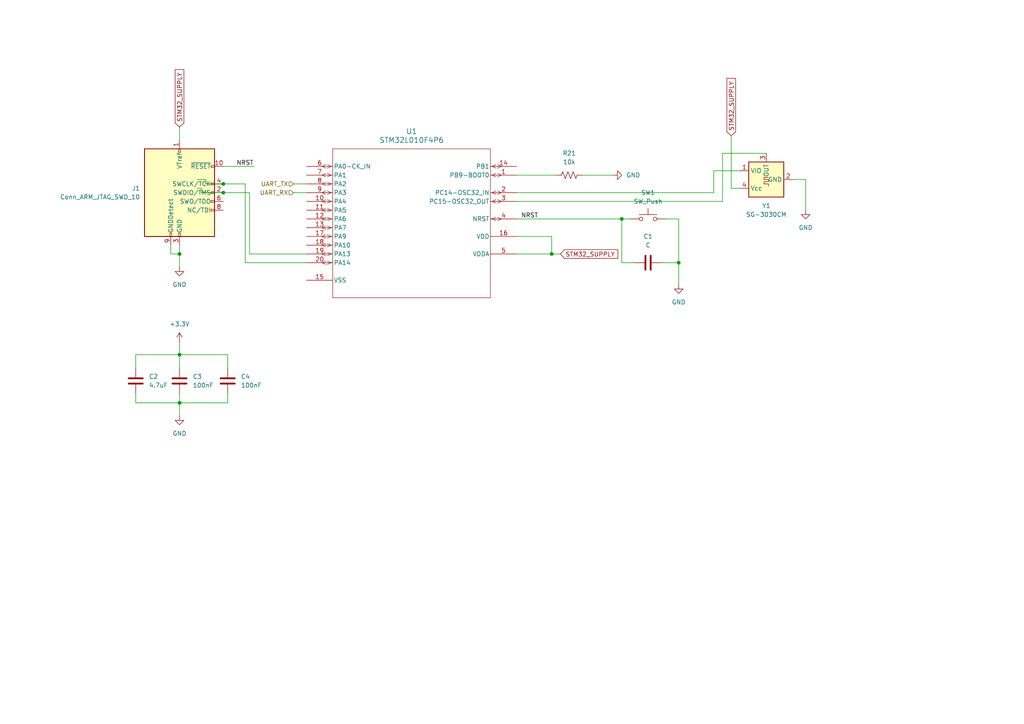
<source format=kicad_sch>
(kicad_sch (version 20250114) (generator "eeschema") (generator_version "9.0")
  (paper "A4")
  (lib_symbols
    (symbol "Connector:Conn_ARM_JTAG_SWD_10" (pin_names (offset 1.016))
      (property "Reference" "J" (at -2.54 16.51 0))
      (property "Value" "Conn_ARM_JTAG_SWD_10" (at -2.54 13.97 0))
      (symbol "Conn_ARM_JTAG_SWD_10_0_1"
        (rectangle (start -10.16 12.7) (end 10.16 -12.7) (stroke (width 0.254)) (fill (type background)))
        (rectangle (start -2.794 -12.7) (end -2.286 -11.684))
        (rectangle (start -0.254 12.7) (end 0.254 11.684))
        (rectangle (start -0.254 -12.7) (end 0.254 -11.684))
        (rectangle (start 9.144 2.286) (end 10.16 2.794))
        (rectangle (start 10.16 7.874) (end 9.144 7.366))
        (rectangle (start 10.16 -0.254) (end 9.144 0.254))
        (rectangle (start 10.16 -2.794) (end 9.144 -2.286))
      )
      (symbol "Conn_ARM_JTAG_SWD_10_1_1"
        (rectangle (start 9.144 -5.334) (end 10.16 -4.826))
        (pin no_connect line (at -10.16 0 0) (length 2.54) (hide yes) (name "KEY") (number "7"))
        (pin passive line (at -2.54 -15.24 90) (length 2.54) (name "GNDDetect") (number "9"))
        (pin power_in line (at 0 15.24 270) (length 2.54) (name "VTref") (number "1"))
        (pin power_in line (at 0 -15.24 90) (length 2.54) (name "GND") (number "3"))
        (pin passive line (at 0 -15.24 90) (length 2.54) (hide yes) (name "GND") (number "5"))
        (pin open_collector line (at 12.7 7.62 180) (length 2.54) (name "~{RESET}") (number "10"))
        (pin output line (at 12.7 2.54 180) (length 2.54) (name "SWCLK/TCK") (number "4"))
        (pin bidirectional line (at 12.7 0 180) (length 2.54) (name "SWDIO/TMS") (number "2"))
        (pin input line (at 12.7 -2.54 180) (length 2.54) (name "SWO/TDO") (number "6"))
        (pin output line (at 12.7 -5.08 180) (length 2.54) (name "NC/TDI") (number "8"))
      )
    )
    (symbol "Device:C" (pin_numbers (hide yes)) (pin_names (offset 0.254))
      (property "Reference" "C" (at 0.635 2.54 0))
      (property "Value" "C" (at 0.635 -2.54 0))
      (symbol "C_0_1"
        (polyline (pts (xy -2.032 0.762) (xy 2.032 0.762)) (stroke (width 0.508)))
        (polyline (pts (xy -2.032 -0.762) (xy 2.032 -0.762)) (stroke (width 0.508)))
      )
      (symbol "C_1_1"
        (pin passive line (at 0 3.81 270) (length 2.794) (name "~") (number "1"))
        (pin passive line (at 0 -3.81 90) (length 2.794) (name "~") (number "2"))
      )
    )
    (symbol "Device:R_US" (pin_numbers (hide yes)) (pin_names (offset 0))
      (property "Reference" "R" (at 2.54 0 90))
      (property "Value" "R_US" (at -2.54 0 90))
      (symbol "R_US_0_1"
        (polyline (pts (xy 0 2.286) (xy 0 2.54)))
        (polyline (pts (xy 0 2.286) (xy 1.016 1.905) (xy 0 1.524) (xy -1.016 1.143) (xy 0 0.762)))
        (polyline (pts (xy 0 0.762) (xy 1.016 0.381) (xy 0 0) (xy -1.016 -0.381) (xy 0 -0.762)))
        (polyline (pts (xy 0 -0.762) (xy 1.016 -1.143) (xy 0 -1.524) (xy -1.016 -1.905) (xy 0 -2.286)))
        (polyline (pts (xy 0 -2.286) (xy 0 -2.54)))
      )
      (symbol "R_US_1_1"
        (pin passive line (at 0 3.81 270) (length 1.27) (name "~") (number "1"))
        (pin passive line (at 0 -3.81 90) (length 1.27) (name "~") (number "2"))
      )
    )
    (symbol "Oscillator:SG-3030CM"
      (property "Reference" "Y" (at -5.08 -6.35 0))
      (property "Value" "SG-3030CM" (at 1.27 -6.35 0))
      (symbol "SG-3030CM_0_1"
        (rectangle (start -5.08 5.08) (end 5.08 -5.08) (stroke (width 0.254)) (fill (type background)))
        (polyline (pts (xy -1.905 -0.635) (xy -1.27 -0.635) (xy -1.27 0.635) (xy -0.635 0.635) (xy -0.635 -0.635) (xy 0 -0.635) (xy 0 0.635) (xy 0.635 0.635) (xy 0.635 -0.635)))
      )
      (symbol "SG-3030CM_1_1"
        (pin power_in line (at -2.54 7.62 270) (length 2.54) (name "Vcc") (number "4"))
        (pin power_in line (at 0 -7.62 90) (length 2.54) (name "GND") (number "2"))
        (pin power_in line (at 2.54 7.62 270) (length 2.54) (name "VIO") (number "1"))
        (pin output line (at 7.62 0 180) (length 2.54) (name "OUT") (number "3"))
      )
    )
    (symbol "STM32F01:STM32L010F4P6" (pin_names (offset 0.254))
      (property "Reference" "U" (at 30.48 10.16 0))
      (property "Value" "STM32L010F4P6" (at 30.48 7.62 0))
      (symbol "STM32L010F4P6_0_1"
        (polyline (pts (xy 5.5372 0.5207) (xy 4.4958 0)) (stroke (width 0.127)))
        (polyline (pts (xy 5.5372 -0.5207) (xy 4.4958 0)) (stroke (width 0.127)))
        (polyline (pts (xy 5.5372 -2.0193) (xy 4.4958 -2.54)) (stroke (width 0.127)))
        (polyline (pts (xy 5.5372 -3.0607) (xy 4.4958 -2.54)) (stroke (width 0.127)))
        (polyline (pts (xy 5.5372 -4.5593) (xy 4.4958 -5.08)) (stroke (width 0.127)))
        (polyline (pts (xy 5.5372 -5.6007) (xy 4.4958 -5.08)) (stroke (width 0.127)))
        (polyline (pts (xy 5.5372 -7.0993) (xy 4.4958 -7.62)) (stroke (width 0.127)))
        (polyline (pts (xy 5.5372 -8.1407) (xy 4.4958 -7.62)) (stroke (width 0.127)))
        (polyline (pts (xy 5.5372 -9.6393) (xy 4.4958 -10.16)) (stroke (width 0.127)))
        (polyline (pts (xy 5.5372 -10.6807) (xy 4.4958 -10.16)) (stroke (width 0.127)))
        (polyline (pts (xy 5.5372 -12.1793) (xy 4.4958 -12.7)) (stroke (width 0.127)))
        (polyline (pts (xy 5.5372 -13.2207) (xy 4.4958 -12.7)) (stroke (width 0.127)))
        (polyline (pts (xy 5.5372 -14.7193) (xy 4.4958 -15.24)) (stroke (width 0.127)))
        (polyline (pts (xy 5.5372 -15.7607) (xy 4.4958 -15.24)) (stroke (width 0.127)))
        (polyline (pts (xy 5.5372 -17.2593) (xy 4.4958 -17.78)) (stroke (width 0.127)))
        (polyline (pts (xy 5.5372 -18.3007) (xy 4.4958 -17.78)) (stroke (width 0.127)))
        (polyline (pts (xy 5.5372 -19.7993) (xy 4.4958 -20.32)) (stroke (width 0.127)))
        (polyline (pts (xy 5.5372 -20.8407) (xy 4.4958 -20.32)) (stroke (width 0.127)))
        (polyline (pts (xy 5.5372 -22.3393) (xy 4.4958 -22.86)) (stroke (width 0.127)))
        (polyline (pts (xy 5.5372 -23.3807) (xy 4.4958 -22.86)) (stroke (width 0.127)))
        (polyline (pts (xy 5.5372 -24.8793) (xy 4.4958 -25.4)) (stroke (width 0.127)))
        (polyline (pts (xy 5.5372 -25.9207) (xy 4.4958 -25.4)) (stroke (width 0.127)))
        (polyline (pts (xy 5.5372 -27.4193) (xy 4.4958 -27.94)) (stroke (width 0.127)))
        (polyline (pts (xy 5.5372 -28.4607) (xy 4.4958 -27.94)) (stroke (width 0.127)))
        (polyline (pts (xy 7.0993 0) (xy 6.0579 0.5207)) (stroke (width 0.127)))
        (polyline (pts (xy 7.0993 0) (xy 6.0579 -0.5207)) (stroke (width 0.127)))
        (polyline (pts (xy 7.0993 -2.54) (xy 6.0579 -2.0193)) (stroke (width 0.127)))
        (polyline (pts (xy 7.0993 -2.54) (xy 6.0579 -3.0607)) (stroke (width 0.127)))
        (polyline (pts (xy 7.0993 -5.08) (xy 6.0579 -4.5593)) (stroke (width 0.127)))
        (polyline (pts (xy 7.0993 -5.08) (xy 6.0579 -5.6007)) (stroke (width 0.127)))
        (polyline (pts (xy 7.0993 -7.62) (xy 6.0579 -7.0993)) (stroke (width 0.127)))
        (polyline (pts (xy 7.0993 -7.62) (xy 6.0579 -8.1407)) (stroke (width 0.127)))
        (polyline (pts (xy 7.0993 -10.16) (xy 6.0579 -9.6393)) (stroke (width 0.127)))
        (polyline (pts (xy 7.0993 -10.16) (xy 6.0579 -10.6807)) (stroke (width 0.127)))
        (polyline (pts (xy 7.0993 -12.7) (xy 6.0579 -12.1793)) (stroke (width 0.127)))
        (polyline (pts (xy 7.0993 -12.7) (xy 6.0579 -13.2207)) (stroke (width 0.127)))
        (polyline (pts (xy 7.0993 -15.24) (xy 6.0579 -14.7193)) (stroke (width 0.127)))
        (polyline (pts (xy 7.0993 -15.24) (xy 6.0579 -15.7607)) (stroke (width 0.127)))
        (polyline (pts (xy 7.0993 -17.78) (xy 6.0579 -17.2593)) (stroke (width 0.127)))
        (polyline (pts (xy 7.0993 -17.78) (xy 6.0579 -18.3007)) (stroke (width 0.127)))
        (polyline (pts (xy 7.0993 -20.32) (xy 6.0579 -19.7993)) (stroke (width 0.127)))
        (polyline (pts (xy 7.0993 -20.32) (xy 6.0579 -20.8407)) (stroke (width 0.127)))
        (polyline (pts (xy 7.0993 -22.86) (xy 6.0579 -22.3393)) (stroke (width 0.127)))
        (polyline (pts (xy 7.0993 -22.86) (xy 6.0579 -23.3807)) (stroke (width 0.127)))
        (polyline (pts (xy 7.0993 -25.4) (xy 6.0579 -24.8793)) (stroke (width 0.127)))
        (polyline (pts (xy 7.0993 -25.4) (xy 6.0579 -25.9207)) (stroke (width 0.127)))
        (polyline (pts (xy 7.0993 -27.94) (xy 6.0579 -27.4193)) (stroke (width 0.127)))
        (polyline (pts (xy 7.0993 -27.94) (xy 6.0579 -28.4607)) (stroke (width 0.127)))
        (polyline (pts (xy 7.62 5.08) (xy 7.62 -38.1)) (stroke (width 0.127)))
        (polyline (pts (xy 7.62 -38.1) (xy 53.34 -38.1)) (stroke (width 0.127)))
        (polyline (pts (xy 53.34 5.08) (xy 7.62 5.08)) (stroke (width 0.127)))
        (polyline (pts (xy 53.34 -38.1) (xy 53.34 5.08)) (stroke (width 0.127)))
        (polyline (pts (xy 53.8607 0) (xy 54.9021 0.5207)) (stroke (width 0.127)))
        (polyline (pts (xy 53.8607 0) (xy 54.9021 -0.5207)) (stroke (width 0.127)))
        (polyline (pts (xy 53.8607 -2.54) (xy 54.9021 -2.0193)) (stroke (width 0.127)))
        (polyline (pts (xy 53.8607 -2.54) (xy 54.9021 -3.0607)) (stroke (width 0.127)))
        (polyline (pts (xy 53.8607 -7.62) (xy 54.9021 -7.0993)) (stroke (width 0.127)))
        (polyline (pts (xy 53.8607 -7.62) (xy 54.9021 -8.1407)) (stroke (width 0.127)))
        (polyline (pts (xy 53.8607 -10.16) (xy 54.9021 -9.6393)) (stroke (width 0.127)))
        (polyline (pts (xy 53.8607 -10.16) (xy 54.9021 -10.6807)) (stroke (width 0.127)))
        (polyline (pts (xy 53.8607 -15.24) (xy 54.9021 -14.7193)) (stroke (width 0.127)))
        (polyline (pts (xy 53.8607 -15.24) (xy 54.9021 -15.7607)) (stroke (width 0.127)))
        (polyline (pts (xy 55.4228 0.5207) (xy 56.4642 0)) (stroke (width 0.127)))
        (polyline (pts (xy 55.4228 -0.5207) (xy 56.4642 0)) (stroke (width 0.127)))
        (polyline (pts (xy 55.4228 -2.0193) (xy 56.4642 -2.54)) (stroke (width 0.127)))
        (polyline (pts (xy 55.4228 -3.0607) (xy 56.4642 -2.54)) (stroke (width 0.127)))
        (polyline (pts (xy 55.4228 -7.0993) (xy 56.4642 -7.62)) (stroke (width 0.127)))
        (polyline (pts (xy 55.4228 -8.1407) (xy 56.4642 -7.62)) (stroke (width 0.127)))
        (polyline (pts (xy 55.4228 -9.6393) (xy 56.4642 -10.16)) (stroke (width 0.127)))
        (polyline (pts (xy 55.4228 -10.6807) (xy 56.4642 -10.16)) (stroke (width 0.127)))
        (polyline (pts (xy 55.4228 -14.7193) (xy 56.4642 -15.24)) (stroke (width 0.127)))
        (polyline (pts (xy 55.4228 -15.7607) (xy 56.4642 -15.24)) (stroke (width 0.127)))
        (pin bidirectional line (at 0 0 0) (length 7.62) (name "PA0-CK_IN") (number "6"))
        (pin bidirectional line (at 0 -2.54 0) (length 7.62) (name "PA1") (number "7"))
        (pin bidirectional line (at 0 -5.08 0) (length 7.62) (name "PA2") (number "8"))
        (pin bidirectional line (at 0 -7.62 0) (length 7.62) (name "PA3") (number "9"))
        (pin bidirectional line (at 0 -10.16 0) (length 7.62) (name "PA4") (number "10"))
        (pin bidirectional line (at 0 -12.7 0) (length 7.62) (name "PA5") (number "11"))
        (pin bidirectional line (at 0 -15.24 0) (length 7.62) (name "PA6") (number "12"))
        (pin bidirectional line (at 0 -17.78 0) (length 7.62) (name "PA7") (number "13"))
        (pin bidirectional line (at 0 -20.32 0) (length 7.62) (name "PA9") (number "17"))
        (pin bidirectional line (at 0 -22.86 0) (length 7.62) (name "PA10") (number "18"))
        (pin bidirectional line (at 0 -25.4 0) (length 7.62) (name "PA13") (number "19"))
        (pin bidirectional line (at 0 -27.94 0) (length 7.62) (name "PA14") (number "20"))
        (pin power_in line (at 0 -33.02 0) (length 7.62) (name "VSS") (number "15"))
        (pin bidirectional line (at 60.96 0 180) (length 7.62) (name "PB1") (number "14"))
        (pin input line (at 60.96 -2.54 180) (length 7.62) (name "PB9-BOOT0") (number "1"))
        (pin bidirectional line (at 60.96 -7.62 180) (length 7.62) (name "PC14-OSC32_IN") (number "2"))
        (pin bidirectional line (at 60.96 -10.16 180) (length 7.62) (name "PC15-OSC32_OUT") (number "3"))
        (pin bidirectional line (at 60.96 -15.24 180) (length 7.62) (name "NRST") (number "4"))
        (pin power_in line (at 60.96 -20.32 180) (length 7.62) (name "VDD") (number "16"))
        (pin power_in line (at 60.96 -25.4 180) (length 7.62) (name "VDDA") (number "5"))
      )
    )
    (symbol "Switch:SW_Push" (pin_numbers (hide yes)) (pin_names (offset 1.016) (hide yes))
      (property "Reference" "SW" (at 1.27 2.54 0))
      (property "Value" "SW_Push" (at 0 -1.524 0))
      (symbol "SW_Push_0_1"
        (circle (center -2.032 0) (radius 0.508))
        (polyline (pts (xy 0 1.27) (xy 0 3.048)))
        (circle (center 2.032 0) (radius 0.508))
        (polyline (pts (xy 2.54 1.27) (xy -2.54 1.27)))
        (pin passive line (at -5.08 0 0) (length 2.54) (name "1") (number "1"))
        (pin passive line (at 5.08 0 180) (length 2.54) (name "2") (number "2"))
      )
    )
    (symbol "power:+3.3V" (power) (pin_numbers (hide yes)) (pin_names (offset 0) (hide yes))
      (property "Value" "+3.3V" (at 0 3.556 0))
      (symbol "+3.3V_0_1"
        (polyline (pts (xy -0.762 1.27) (xy 0 2.54)))
        (polyline (pts (xy 0 2.54) (xy 0.762 1.27)))
        (polyline (pts (xy 0 0) (xy 0 2.54)))
      )
      (symbol "+3.3V_1_1"
        (pin power_in line (at 0 0 90) (length 0) (name "~") (number "1"))
      )
    )
    (symbol "power:GND" (power) (pin_numbers (hide yes)) (pin_names (offset 0) (hide yes))
      (property "Value" "GND" (at 0 -3.81 0))
      (symbol "GND_0_1"
        (polyline (pts (xy 0 0) (xy 0 -1.27) (xy 1.27 -1.27) (xy 0 -2.54) (xy -1.27 -1.27) (xy 0 -1.27)))
      )
      (symbol "GND_1_1"
        (pin power_in line (at 0 0 270) (length 0) (name "~") (number "1"))
      )
    )
  )
  (junction (at 52.07 73.66))
  (junction (at 196.85 76.2))
  (junction (at 160.02 73.66))
  (junction (at 180.34 63.5))
  (junction (at 52.07 102.87))
  (junction (at 64.77 55.88))
  (junction (at 52.07 116.84))
  (junction (at 64.77 53.34))
  (wire (pts (xy 212.09 39.37) (xy 212.09 54.61)))
  (wire (pts (xy 58.42 55.88) (xy 58.42 54.61)))
  (wire (pts (xy 191.77 76.2) (xy 196.85 76.2)))
  (wire (pts (xy 72.39 73.66) (xy 88.9 73.66)))
  (wire (pts (xy 196.85 76.2) (xy 196.85 82.55)))
  (wire (pts (xy 64.77 53.34) (xy 71.12 53.34)))
  (wire (pts (xy 64.77 55.88) (xy 72.39 55.88)))
  (wire (pts (xy 59.69 53.34) (xy 64.77 53.34)))
  (wire (pts (xy 39.37 106.68) (xy 39.37 102.87)))
  (wire (pts (xy 149.86 73.66) (xy 160.02 73.66)))
  (wire (pts (xy 85.09 55.88) (xy 88.9 55.88)))
  (wire (pts (xy 49.53 73.66) (xy 52.07 73.66)))
  (wire (pts (xy 209.55 58.42) (xy 149.86 58.42)))
  (wire (pts (xy 66.04 102.87) (xy 66.04 106.68)))
  (wire (pts (xy 52.07 73.66) (xy 52.07 77.47)))
  (wire (pts (xy 85.09 53.34) (xy 88.9 53.34)))
  (wire (pts (xy 39.37 116.84) (xy 52.07 116.84)))
  (wire (pts (xy 193.04 63.5) (xy 196.85 63.5)))
  (wire (pts (xy 222.25 44.45) (xy 209.55 44.45)))
  (wire (pts (xy 160.02 73.66) (xy 162.56 73.66)))
  (wire (pts (xy 52.07 71.12) (xy 52.07 73.66)))
  (wire (pts (xy 196.85 63.5) (xy 196.85 76.2)))
  (wire (pts (xy 52.07 116.84) (xy 66.04 116.84)))
  (wire (pts (xy 229.87 52.07) (xy 233.68 52.07)))
  (wire (pts (xy 168.91 50.8) (xy 177.8 50.8)))
  (wire (pts (xy 149.86 55.88) (xy 207.01 55.88)))
  (wire (pts (xy 66.04 116.84) (xy 66.04 114.3)))
  (wire (pts (xy 207.01 49.53) (xy 214.63 49.53)))
  (wire (pts (xy 52.07 99.06) (xy 52.07 102.87)))
  (wire (pts (xy 160.02 68.58) (xy 160.02 73.66)))
  (wire (pts (xy 52.07 36.83) (xy 52.07 40.64)))
  (wire (pts (xy 71.12 53.34) (xy 71.12 76.2)))
  (wire (pts (xy 180.34 63.5) (xy 182.88 63.5)))
  (wire (pts (xy 58.42 55.88) (xy 64.77 55.88)))
  (wire (pts (xy 39.37 102.87) (xy 52.07 102.87)))
  (wire (pts (xy 57.15 54.61) (xy 58.42 54.61)))
  (wire (pts (xy 180.34 63.5) (xy 180.34 76.2)))
  (wire (pts (xy 149.86 63.5) (xy 180.34 63.5)))
  (wire (pts (xy 52.07 114.3) (xy 52.07 116.84)))
  (wire (pts (xy 52.07 102.87) (xy 66.04 102.87)))
  (wire (pts (xy 233.68 52.07) (xy 233.68 60.96)))
  (wire (pts (xy 52.07 102.87) (xy 52.07 106.68)))
  (wire (pts (xy 149.86 68.58) (xy 160.02 68.58)))
  (wire (pts (xy 180.34 76.2) (xy 184.15 76.2)))
  (wire (pts (xy 64.77 48.26) (xy 73.66 48.26)))
  (wire (pts (xy 209.55 44.45) (xy 209.55 58.42)))
  (wire (pts (xy 71.12 76.2) (xy 88.9 76.2)))
  (wire (pts (xy 207.01 55.88) (xy 207.01 49.53)))
  (wire (pts (xy 72.39 55.88) (xy 72.39 73.66)))
  (wire (pts (xy 39.37 114.3) (xy 39.37 116.84)))
  (wire (pts (xy 214.63 54.61) (xy 212.09 54.61)))
  (wire (pts (xy 149.86 50.8) (xy 161.29 50.8)))
  (wire (pts (xy 49.53 71.12) (xy 49.53 73.66)))
  (wire (pts (xy 59.69 52.07) (xy 59.69 53.34)))
  (wire (pts (xy 52.07 116.84) (xy 52.07 120.65)))
  (wire (pts (xy 57.15 52.07) (xy 59.69 52.07)))
  (label "NRST" (at 151.13 63.5 0))
  (label "NRST" (at 68.58 48.26 0))
  (global_label "STM32_SUPPLY" (shape input) (at 212.09 39.37 90) (property "Intersheetrefs" "${INTERSHEET_REFS}" (effects (hide yes))))
  (global_label "STM32_SUPPLY" (shape input) (at 162.56 73.66 0) (property "Intersheetrefs" "${INTERSHEET_REFS}" (effects (hide yes))))
  (global_label "STM32_SUPPLY" (shape input) (at 52.07 36.83 90) (property "Intersheetrefs" "${INTERSHEET_REFS}" (effects (hide yes))))
  (hierarchical_label "UART_TX" (shape input) (at 85.09 53.34 180))
  (hierarchical_label "UART_RX" (shape input) (at 85.09 55.88 180))
  (symbol (lib_id "Device:C") (at 52.07 110.49 0) (unit 1)
    (property "Reference" "C3" (at 55.88 109.2199 0) (effects (justify left)))
    (property "Value" "100nF" (at 55.88 111.7599 0) (effects (justify left)))
    (property "Description" "Unpolarized capacitor" (effects (hide yes)))
  )
  (symbol (lib_id "power:GND") (at 196.85 82.55 0) (unit 1)
    (property "Reference" "#PWR015" (effects (hide yes)))
    (property "Value" "GND" (at 196.85 87.63 0))
    (property "Description" "Power symbol creates a global label with name \"GND\" , ground" (effects (hide yes)))
  )
  (symbol (lib_id "Connector:Conn_ARM_JTAG_SWD_10") (at 52.07 55.88 0) (unit 1)
    (property "Reference" "J1" (at 40.64 54.6099 0) (effects (justify right)))
    (property "Value" "Conn_ARM_JTAG_SWD_10" (at 40.64 57.1499 0) (effects (justify right)))
    (property "Datasheet" "http://infocenter.arm.com/help/topic/com.arm.doc.ddi0314h/DDI0314H_coresight_components_trm.pdf" (effects (hide yes)))
    (property "Description" "Cortex Debug Connector, standard ARM Cortex-M SWD and JTAG interface" (effects (hide yes)))
  )
  (symbol (lib_id "Device:C") (at 66.04 110.49 0) (unit 1)
    (property "Reference" "C4" (at 69.85 109.2199 0) (effects (justify left)))
    (property "Value" "100nF" (at 69.85 111.7599 0) (effects (justify left)))
    (property "Description" "Unpolarized capacitor" (effects (hide yes)))
  )
  (symbol (lib_id "power:+3.3V") (at 52.07 99.06 0) (unit 1)
    (property "Reference" "#PWR019" (effects (hide yes)))
    (property "Value" "+3.3V" (at 52.07 93.98 0))
    (property "Description" "Power symbol creates a global label with name \"+3.3V\"" (effects (hide yes)))
  )
  (symbol (lib_id "Device:R_US") (at 165.1 50.8 90) (unit 1)
    (property "Reference" "R21" (at 165.1 44.45 90))
    (property "Value" "10k" (at 165.1 46.99 90))
    (property "Description" "Resistor, US symbol" (effects (hide yes)))
  )
  (symbol (lib_id "Oscillator:SG-3030CM") (at 222.25 52.07 90) (unit 1)
    (property "Reference" "Y1" (at 222.25 59.69 90))
    (property "Value" "SG-3030CM" (at 222.25 62.23 90))
    (property "Footprint" "Oscillator:Oscillator_SMD_SeikoEpson_SG3030CM" (effects (hide yes)))
    (property "Datasheet" "https://support.epson.biz/td/api/doc_check.php?mode=dl&lang=en&Parts=SG-3030CM" (effects (hide yes)))
    (property "Description" "32.768kHz Crystal Oscillator (SPXO)" (effects (hide yes)))
  )
  (symbol (lib_id "STM32F01:STM32L010F4P6") (at 88.9 48.26 0) (unit 1)
    (property "Reference" "U1" (at 119.38 38.1 0) (effects (font (size 1.524 1.524))))
    (property "Value" "STM32L010F4P6" (at 119.38 40.64 0) (effects (font (size 1.524 1.524))))
    (property "Footprint" "TSSOP20" (effects (hide yes)))
    (property "Datasheet" "https://www.st.com/resource/en/datasheet/stm32l010f4.pdf" (effects (hide yes)))
  )
  (symbol (lib_id "power:GND") (at 52.07 120.65 0) (unit 1)
    (property "Reference" "#PWR018" (effects (hide yes)))
    (property "Value" "GND" (at 52.07 125.73 0))
    (property "Description" "Power symbol creates a global label with name \"GND\" , ground" (effects (hide yes)))
  )
  (symbol (lib_id "power:GND") (at 177.8 50.8 90) (unit 1)
    (property "Reference" "#PWR013" (effects (hide yes)))
    (property "Value" "GND" (at 181.61 50.7999 90) (effects (justify right)))
    (property "Description" "Power symbol creates a global label with name \"GND\" , ground" (effects (hide yes)))
  )
  (symbol (lib_id "power:GND") (at 52.07 77.47 0) (unit 1)
    (property "Reference" "#PWR016" (effects (hide yes)))
    (property "Value" "GND" (at 52.07 82.55 0))
    (property "Description" "Power symbol creates a global label with name \"GND\" , ground" (effects (hide yes)))
  )
  (symbol (lib_id "power:GND") (at 233.68 60.96 0) (unit 1)
    (property "Reference" "#PWR012" (effects (hide yes)))
    (property "Value" "GND" (at 233.68 66.04 0))
    (property "Description" "Power symbol creates a global label with name \"GND\" , ground" (effects (hide yes)))
  )
  (symbol (lib_id "Switch:SW_Push") (at 187.96 63.5 0) (unit 1)
    (property "Reference" "SW1" (at 187.96 55.88 0))
    (property "Value" "SW_Push" (at 187.96 58.42 0))
    (property "Description" "Push button switch, generic, two pins" (effects (hide yes)))
  )
  (symbol (lib_id "Device:C") (at 39.37 110.49 0) (unit 1)
    (property "Reference" "C2" (at 43.18 109.2199 0) (effects (justify left)))
    (property "Value" "4.7uF" (at 43.18 111.7599 0) (effects (justify left)))
    (property "Description" "Unpolarized capacitor" (effects (hide yes)))
  )
  (symbol (lib_id "Device:C") (at 187.96 76.2 270) (unit 1)
    (property "Reference" "C1" (at 187.96 68.58 90))
    (property "Value" "C" (at 187.96 71.12 90))
    (property "Description" "Unpolarized capacitor" (effects (hide yes)))
  )
)
</source>
